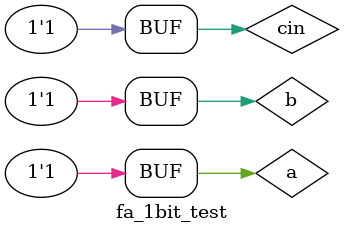
<source format=v>
`timescale 1ns / 1ps


module fa_1bit_test();
    reg     a, b, cin;
    wire    cout, o;

    fa_1bit uut (.i0(a), .i1(b), .cin(cin), .cout(cout), .sum(o));

initial begin
    a=0;    b=0;    cin=0;  #125;
    a=0;    b=0;    cin=1;  #125;
    a=0;    b=1;    cin=0;  #125;
    a=0;    b=1;    cin=1;  #125;
    a=1;    b=0;    cin=0;  #125;
    a=1;    b=0;    cin=1;  #125;
    a=1;    b=1;    cin=0;  #125;
    a=1;    b=1;    cin=1;  #125;
end
endmodule

</source>
